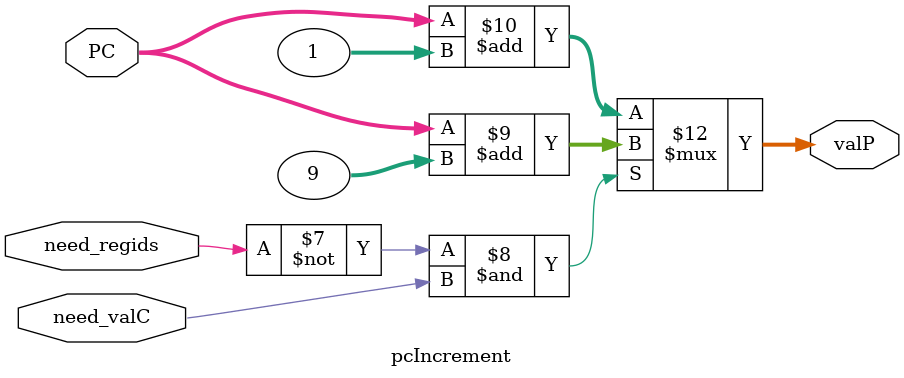
<source format=v>
module pcIncrement(
    output reg [63:0]valP,
    input need_regids,
    input need_valC,
    input [63:0]PC
);

always @*
begin
    if(need_regids&need_valC)
    begin
    valP<=PC+10;
    end
    if(need_regids&~need_valC)
    begin
    valP<=PC+2;
    end
    if(~need_regids&need_valC)
    begin
    valP<=PC+9;
    end
    else
    begin
    valP<=PC+1;
    end
   // valP = PC + 1 + need_regids + 8*need_valC;
end
endmodule
</source>
